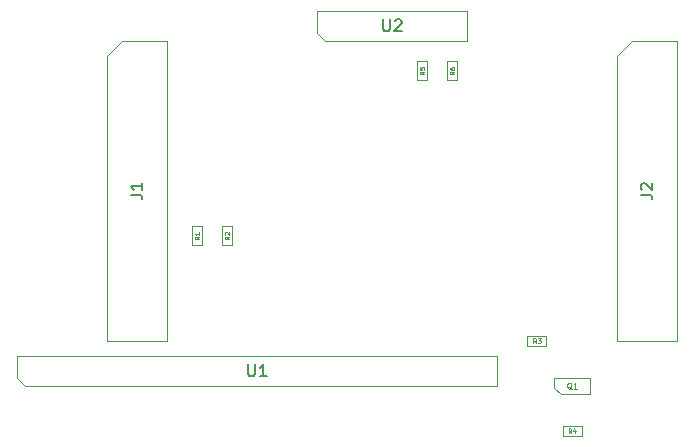
<source format=gbr>
G04 #@! TF.GenerationSoftware,KiCad,Pcbnew,5.1.10*
G04 #@! TF.CreationDate,2021-08-11T21:54:59-06:00*
G04 #@! TF.ProjectId,Speedometer-Top,53706565-646f-46d6-9574-65722d546f70,rev?*
G04 #@! TF.SameCoordinates,Original*
G04 #@! TF.FileFunction,Other,Fab,Top*
%FSLAX46Y46*%
G04 Gerber Fmt 4.6, Leading zero omitted, Abs format (unit mm)*
G04 Created by KiCad (PCBNEW 5.1.10) date 2021-08-11 21:54:59*
%MOMM*%
%LPD*%
G01*
G04 APERTURE LIST*
%ADD10C,0.100000*%
%ADD11C,0.150000*%
%ADD12C,0.060000*%
%ADD13C,0.075000*%
G04 APERTURE END LIST*
D10*
G04 #@! TO.C,U2*
X42545000Y-19050000D02*
X41910000Y-18415000D01*
X54610000Y-19050000D02*
X42545000Y-19050000D01*
X54610000Y-16510000D02*
X54610000Y-19050000D01*
X41910000Y-16510000D02*
X54610000Y-16510000D01*
X41910000Y-18415000D02*
X41910000Y-16510000D01*
G04 #@! TO.C,R6*
X52927500Y-22390000D02*
X52927500Y-20790000D01*
X53752500Y-22390000D02*
X52927500Y-22390000D01*
X53752500Y-20790000D02*
X53752500Y-22390000D01*
X52927500Y-20790000D02*
X53752500Y-20790000D01*
G04 #@! TO.C,R5*
X50387500Y-22390000D02*
X50387500Y-20790000D01*
X51212500Y-22390000D02*
X50387500Y-22390000D01*
X51212500Y-20790000D02*
X51212500Y-22390000D01*
X50387500Y-20790000D02*
X51212500Y-20790000D01*
G04 #@! TO.C,J1*
X24130000Y-20320000D02*
X25400000Y-19050000D01*
X24130000Y-44450000D02*
X24130000Y-20320000D01*
X29210000Y-44450000D02*
X24130000Y-44450000D01*
X29210000Y-19050000D02*
X29210000Y-44450000D01*
X25400000Y-19050000D02*
X29210000Y-19050000D01*
G04 #@! TO.C,U1*
X16510000Y-47625000D02*
X16510000Y-45720000D01*
X16510000Y-45720000D02*
X57150000Y-45720000D01*
X57150000Y-45720000D02*
X57150000Y-48260000D01*
X57150000Y-48260000D02*
X17145000Y-48260000D01*
X17145000Y-48260000D02*
X16510000Y-47625000D01*
G04 #@! TO.C,R4*
X64300000Y-51657500D02*
X64300000Y-52482500D01*
X64300000Y-52482500D02*
X62700000Y-52482500D01*
X62700000Y-52482500D02*
X62700000Y-51657500D01*
X62700000Y-51657500D02*
X64300000Y-51657500D01*
G04 #@! TO.C,R3*
X59715000Y-44862500D02*
X59715000Y-44037500D01*
X59715000Y-44037500D02*
X61315000Y-44037500D01*
X61315000Y-44037500D02*
X61315000Y-44862500D01*
X61315000Y-44862500D02*
X59715000Y-44862500D01*
G04 #@! TO.C,R2*
X33877500Y-34760000D02*
X34702500Y-34760000D01*
X34702500Y-34760000D02*
X34702500Y-36360000D01*
X34702500Y-36360000D02*
X33877500Y-36360000D01*
X33877500Y-36360000D02*
X33877500Y-34760000D01*
G04 #@! TO.C,R1*
X32162500Y-36360000D02*
X31337500Y-36360000D01*
X31337500Y-36360000D02*
X31337500Y-34760000D01*
X31337500Y-34760000D02*
X32162500Y-34760000D01*
X32162500Y-34760000D02*
X32162500Y-36360000D01*
G04 #@! TO.C,Q1*
X62550000Y-48960000D02*
X65000000Y-48960000D01*
X61980000Y-48410000D02*
X61980000Y-47560000D01*
X62550000Y-48960000D02*
X61980000Y-48410000D01*
X61980000Y-47560000D02*
X65020000Y-47560000D01*
X65020000Y-48960000D02*
X65020000Y-47560000D01*
G04 #@! TO.C,J2*
X67310000Y-20320000D02*
X68580000Y-19050000D01*
X67310000Y-44450000D02*
X67310000Y-20320000D01*
X72390000Y-44450000D02*
X67310000Y-44450000D01*
X72390000Y-19050000D02*
X72390000Y-44450000D01*
X68580000Y-19050000D02*
X72390000Y-19050000D01*
G04 #@! TD*
G04 #@! TO.C,U2*
D11*
X47498095Y-17232380D02*
X47498095Y-18041904D01*
X47545714Y-18137142D01*
X47593333Y-18184761D01*
X47688571Y-18232380D01*
X47879047Y-18232380D01*
X47974285Y-18184761D01*
X48021904Y-18137142D01*
X48069523Y-18041904D01*
X48069523Y-17232380D01*
X48498095Y-17327619D02*
X48545714Y-17280000D01*
X48640952Y-17232380D01*
X48879047Y-17232380D01*
X48974285Y-17280000D01*
X49021904Y-17327619D01*
X49069523Y-17422857D01*
X49069523Y-17518095D01*
X49021904Y-17660952D01*
X48450476Y-18232380D01*
X49069523Y-18232380D01*
G04 #@! TO.C,R6*
D12*
X53520952Y-21656666D02*
X53330476Y-21790000D01*
X53520952Y-21885238D02*
X53120952Y-21885238D01*
X53120952Y-21732857D01*
X53140000Y-21694761D01*
X53159047Y-21675714D01*
X53197142Y-21656666D01*
X53254285Y-21656666D01*
X53292380Y-21675714D01*
X53311428Y-21694761D01*
X53330476Y-21732857D01*
X53330476Y-21885238D01*
X53120952Y-21313809D02*
X53120952Y-21390000D01*
X53140000Y-21428095D01*
X53159047Y-21447142D01*
X53216190Y-21485238D01*
X53292380Y-21504285D01*
X53444761Y-21504285D01*
X53482857Y-21485238D01*
X53501904Y-21466190D01*
X53520952Y-21428095D01*
X53520952Y-21351904D01*
X53501904Y-21313809D01*
X53482857Y-21294761D01*
X53444761Y-21275714D01*
X53349523Y-21275714D01*
X53311428Y-21294761D01*
X53292380Y-21313809D01*
X53273333Y-21351904D01*
X53273333Y-21428095D01*
X53292380Y-21466190D01*
X53311428Y-21485238D01*
X53349523Y-21504285D01*
G04 #@! TO.C,R5*
X50980952Y-21656666D02*
X50790476Y-21790000D01*
X50980952Y-21885238D02*
X50580952Y-21885238D01*
X50580952Y-21732857D01*
X50600000Y-21694761D01*
X50619047Y-21675714D01*
X50657142Y-21656666D01*
X50714285Y-21656666D01*
X50752380Y-21675714D01*
X50771428Y-21694761D01*
X50790476Y-21732857D01*
X50790476Y-21885238D01*
X50580952Y-21294761D02*
X50580952Y-21485238D01*
X50771428Y-21504285D01*
X50752380Y-21485238D01*
X50733333Y-21447142D01*
X50733333Y-21351904D01*
X50752380Y-21313809D01*
X50771428Y-21294761D01*
X50809523Y-21275714D01*
X50904761Y-21275714D01*
X50942857Y-21294761D01*
X50961904Y-21313809D01*
X50980952Y-21351904D01*
X50980952Y-21447142D01*
X50961904Y-21485238D01*
X50942857Y-21504285D01*
G04 #@! TO.C,J1*
D11*
X26122380Y-32083333D02*
X26836666Y-32083333D01*
X26979523Y-32130952D01*
X27074761Y-32226190D01*
X27122380Y-32369047D01*
X27122380Y-32464285D01*
X27122380Y-31083333D02*
X27122380Y-31654761D01*
X27122380Y-31369047D02*
X26122380Y-31369047D01*
X26265238Y-31464285D01*
X26360476Y-31559523D01*
X26408095Y-31654761D01*
G04 #@! TO.C,U1*
X36068095Y-46442380D02*
X36068095Y-47251904D01*
X36115714Y-47347142D01*
X36163333Y-47394761D01*
X36258571Y-47442380D01*
X36449047Y-47442380D01*
X36544285Y-47394761D01*
X36591904Y-47347142D01*
X36639523Y-47251904D01*
X36639523Y-46442380D01*
X37639523Y-47442380D02*
X37068095Y-47442380D01*
X37353809Y-47442380D02*
X37353809Y-46442380D01*
X37258571Y-46585238D01*
X37163333Y-46680476D01*
X37068095Y-46728095D01*
G04 #@! TO.C,R4*
D12*
X63433333Y-52250952D02*
X63300000Y-52060476D01*
X63204761Y-52250952D02*
X63204761Y-51850952D01*
X63357142Y-51850952D01*
X63395238Y-51870000D01*
X63414285Y-51889047D01*
X63433333Y-51927142D01*
X63433333Y-51984285D01*
X63414285Y-52022380D01*
X63395238Y-52041428D01*
X63357142Y-52060476D01*
X63204761Y-52060476D01*
X63776190Y-51984285D02*
X63776190Y-52250952D01*
X63680952Y-51831904D02*
X63585714Y-52117619D01*
X63833333Y-52117619D01*
G04 #@! TO.C,R3*
X60448333Y-44630952D02*
X60315000Y-44440476D01*
X60219761Y-44630952D02*
X60219761Y-44230952D01*
X60372142Y-44230952D01*
X60410238Y-44250000D01*
X60429285Y-44269047D01*
X60448333Y-44307142D01*
X60448333Y-44364285D01*
X60429285Y-44402380D01*
X60410238Y-44421428D01*
X60372142Y-44440476D01*
X60219761Y-44440476D01*
X60581666Y-44230952D02*
X60829285Y-44230952D01*
X60695952Y-44383333D01*
X60753095Y-44383333D01*
X60791190Y-44402380D01*
X60810238Y-44421428D01*
X60829285Y-44459523D01*
X60829285Y-44554761D01*
X60810238Y-44592857D01*
X60791190Y-44611904D01*
X60753095Y-44630952D01*
X60638809Y-44630952D01*
X60600714Y-44611904D01*
X60581666Y-44592857D01*
G04 #@! TO.C,R2*
X34470952Y-35626666D02*
X34280476Y-35760000D01*
X34470952Y-35855238D02*
X34070952Y-35855238D01*
X34070952Y-35702857D01*
X34090000Y-35664761D01*
X34109047Y-35645714D01*
X34147142Y-35626666D01*
X34204285Y-35626666D01*
X34242380Y-35645714D01*
X34261428Y-35664761D01*
X34280476Y-35702857D01*
X34280476Y-35855238D01*
X34109047Y-35474285D02*
X34090000Y-35455238D01*
X34070952Y-35417142D01*
X34070952Y-35321904D01*
X34090000Y-35283809D01*
X34109047Y-35264761D01*
X34147142Y-35245714D01*
X34185238Y-35245714D01*
X34242380Y-35264761D01*
X34470952Y-35493333D01*
X34470952Y-35245714D01*
G04 #@! TO.C,R1*
X31930952Y-35626666D02*
X31740476Y-35760000D01*
X31930952Y-35855238D02*
X31530952Y-35855238D01*
X31530952Y-35702857D01*
X31550000Y-35664761D01*
X31569047Y-35645714D01*
X31607142Y-35626666D01*
X31664285Y-35626666D01*
X31702380Y-35645714D01*
X31721428Y-35664761D01*
X31740476Y-35702857D01*
X31740476Y-35855238D01*
X31930952Y-35245714D02*
X31930952Y-35474285D01*
X31930952Y-35360000D02*
X31530952Y-35360000D01*
X31588095Y-35398095D01*
X31626190Y-35436190D01*
X31645238Y-35474285D01*
G04 #@! TO.C,Q1*
D13*
X63452380Y-48533809D02*
X63404761Y-48510000D01*
X63357142Y-48462380D01*
X63285714Y-48390952D01*
X63238095Y-48367142D01*
X63190476Y-48367142D01*
X63214285Y-48486190D02*
X63166666Y-48462380D01*
X63119047Y-48414761D01*
X63095238Y-48319523D01*
X63095238Y-48152857D01*
X63119047Y-48057619D01*
X63166666Y-48010000D01*
X63214285Y-47986190D01*
X63309523Y-47986190D01*
X63357142Y-48010000D01*
X63404761Y-48057619D01*
X63428571Y-48152857D01*
X63428571Y-48319523D01*
X63404761Y-48414761D01*
X63357142Y-48462380D01*
X63309523Y-48486190D01*
X63214285Y-48486190D01*
X63904761Y-48486190D02*
X63619047Y-48486190D01*
X63761904Y-48486190D02*
X63761904Y-47986190D01*
X63714285Y-48057619D01*
X63666666Y-48105238D01*
X63619047Y-48129047D01*
G04 #@! TO.C,J2*
D11*
X69302380Y-32083333D02*
X70016666Y-32083333D01*
X70159523Y-32130952D01*
X70254761Y-32226190D01*
X70302380Y-32369047D01*
X70302380Y-32464285D01*
X69397619Y-31654761D02*
X69350000Y-31607142D01*
X69302380Y-31511904D01*
X69302380Y-31273809D01*
X69350000Y-31178571D01*
X69397619Y-31130952D01*
X69492857Y-31083333D01*
X69588095Y-31083333D01*
X69730952Y-31130952D01*
X70302380Y-31702380D01*
X70302380Y-31083333D01*
G04 #@! TD*
M02*

</source>
